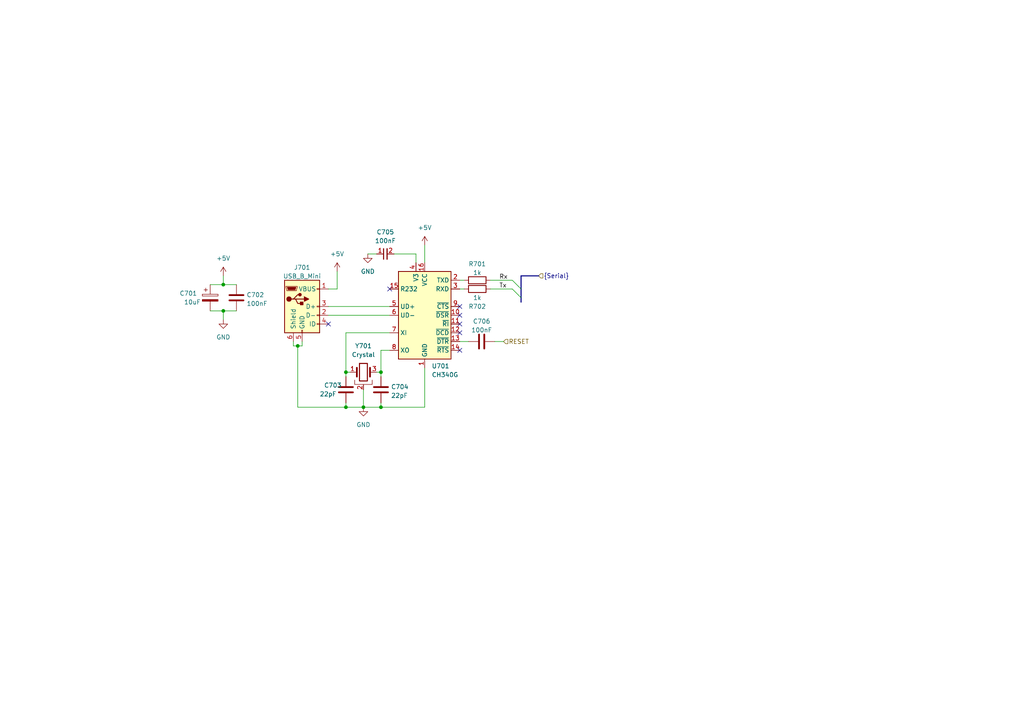
<source format=kicad_sch>
(kicad_sch (version 20230121) (generator eeschema)
  (paper "A4")
  (lib_symbols
    (symbol "Connector:USB_B_Mini" (pin_names (offset 1.016))
      (property "Reference" "J" (at -5.08 11.43 0))
      (property "Value" "USB_B_Mini" (at -5.08 8.89 0))
      (symbol "USB_B_Mini_0_1"
        (rectangle (start -5.08 -7.62) (end 5.08 7.62) (stroke (width 0.254)) (fill (type background)))
        (circle (center -3.81 2.159) (radius 0.635) (stroke (width 0.254)) (fill (type outline)))
        (circle (center -0.635 3.429) (radius 0.381) (stroke (width 0.254)) (fill (type outline)))
        (rectangle (start -0.127 -7.62) (end 0.127 -6.858))
        (polyline (pts (xy -1.905 2.159) (xy 0.635 2.159)) (stroke (width 0.254)))
        (polyline (pts (xy -3.175 2.159) (xy -2.54 2.159) (xy -1.27 3.429) (xy -0.635 3.429)) (stroke (width 0.254)))
        (polyline (pts (xy -2.54 2.159) (xy -1.905 2.159) (xy -1.27 0.889) (xy 0 0.889)) (stroke (width 0.254)))
        (polyline (pts (xy 0.635 2.794) (xy 0.635 1.524) (xy 1.905 2.159) (xy 0.635 2.794)) (stroke (width 0.254)) (fill (type outline)))
        (polyline (pts (xy -4.318 5.588) (xy -1.778 5.588) (xy -2.032 4.826) (xy -4.064 4.826) (xy -4.318 5.588)) (fill (type outline)))
        (polyline (pts (xy -4.699 5.842) (xy -4.699 5.588) (xy -4.445 4.826) (xy -4.445 4.572) (xy -1.651 4.572) (xy -1.651 4.826) (xy -1.397 5.588) (xy -1.397 5.842) (xy -4.699 5.842)))
        (rectangle (start 0.254 1.27) (end -0.508 0.508) (stroke (width 0.254)) (fill (type outline)))
        (rectangle (start 5.08 -5.207) (end 4.318 -4.953))
        (rectangle (start 5.08 -2.667) (end 4.318 -2.413))
        (rectangle (start 5.08 -0.127) (end 4.318 0.127))
        (rectangle (start 5.08 4.953) (end 4.318 5.207))
      )
      (symbol "USB_B_Mini_1_1"
        (pin power_out line (at 7.62 5.08 180) (length 2.54) (name "VBUS") (number "1"))
        (pin bidirectional line (at 7.62 -2.54 180) (length 2.54) (name "D-") (number "2"))
        (pin bidirectional line (at 7.62 0 180) (length 2.54) (name "D+") (number "3"))
        (pin passive line (at 7.62 -5.08 180) (length 2.54) (name "ID") (number "4"))
        (pin power_out line (at 0 -10.16 90) (length 2.54) (name "GND") (number "5"))
        (pin passive line (at -2.54 -10.16 90) (length 2.54) (name "Shield") (number "6"))
      )
    )
    (symbol "Device:C" (pin_numbers hide) (pin_names (offset 0.254))
      (property "Reference" "C" (at 0.635 2.54 0))
      (property "Value" "C" (at 0.635 -2.54 0))
      (symbol "C_0_1"
        (polyline (pts (xy -2.032 -0.762) (xy 2.032 -0.762)) (stroke (width 0.508)))
        (polyline (pts (xy -2.032 0.762) (xy 2.032 0.762)) (stroke (width 0.508)))
      )
      (symbol "C_1_1"
        (pin passive line (at 0 3.81 270) (length 2.794) (name "~") (number "1"))
        (pin passive line (at 0 -3.81 90) (length 2.794) (name "~") (number "2"))
      )
    )
    (symbol "Device:C_Polarized" (pin_numbers hide) (pin_names (offset 0.254))
      (property "Reference" "C" (at 0.635 2.54 0))
      (property "Value" "C_Polarized" (at 0.635 -2.54 0))
      (symbol "C_Polarized_0_1"
        (rectangle (start -2.286 0.508) (end 2.286 1.016))
        (polyline (pts (xy -1.778 2.286) (xy -0.762 2.286)))
        (polyline (pts (xy -1.27 2.794) (xy -1.27 1.778)))
        (rectangle (start 2.286 -0.508) (end -2.286 -1.016) (fill (type outline)))
      )
      (symbol "C_Polarized_1_1"
        (pin passive line (at 0 3.81 270) (length 2.794) (name "~") (number "1"))
        (pin passive line (at 0 -3.81 90) (length 2.794) (name "~") (number "2"))
      )
    )
    (symbol "Device:R" (pin_numbers hide) (pin_names (offset 0))
      (property "Reference" "R" (at 2.032 0 90))
      (property "Value" "R" (at 0 0 90))
      (symbol "R_0_1"
        (rectangle (start -1.016 -2.54) (end 1.016 2.54) (stroke (width 0.254)))
      )
      (symbol "R_1_1"
        (pin passive line (at 0 3.81 270) (length 1.27) (name "~") (number "1"))
        (pin passive line (at 0 -3.81 90) (length 1.27) (name "~") (number "2"))
      )
    )
    (symbol "Interface_USB:CH340G"
      (property "Reference" "U" (at -5.08 13.97 0))
      (property "Value" "CH340G" (at 1.27 13.97 0))
      (symbol "CH340G_0_1"
        (rectangle (start -7.62 12.7) (end 7.62 -12.7) (stroke (width 0.254)) (fill (type background)))
      )
      (symbol "CH340G_1_1"
        (pin power_in line (at 0 -15.24 90) (length 2.54) (name "GND") (number "1"))
        (pin input line (at 10.16 0 180) (length 2.54) (name "~{DSR}") (number "10"))
        (pin input line (at 10.16 -2.54 180) (length 2.54) (name "~{RI}") (number "11"))
        (pin input line (at 10.16 -5.08 180) (length 2.54) (name "~{DCD}") (number "12"))
        (pin output line (at 10.16 -7.62 180) (length 2.54) (name "~{DTR}") (number "13"))
        (pin output line (at 10.16 -10.16 180) (length 2.54) (name "~{RTS}") (number "14"))
        (pin input line (at -10.16 7.62 0) (length 2.54) (name "R232") (number "15"))
        (pin power_in line (at 0 15.24 270) (length 2.54) (name "VCC") (number "16"))
        (pin output line (at 10.16 10.16 180) (length 2.54) (name "TXD") (number "2"))
        (pin input line (at 10.16 7.62 180) (length 2.54) (name "RXD") (number "3"))
        (pin passive line (at -2.54 15.24 270) (length 2.54) (name "V3") (number "4"))
        (pin bidirectional line (at -10.16 2.54 0) (length 2.54) (name "UD+") (number "5"))
        (pin bidirectional line (at -10.16 0 0) (length 2.54) (name "UD-") (number "6"))
        (pin input line (at -10.16 -5.08 0) (length 2.54) (name "XI") (number "7"))
        (pin output line (at -10.16 -10.16 0) (length 2.54) (name "XO") (number "8"))
        (pin input line (at 10.16 2.54 180) (length 2.54) (name "~{CTS}") (number "9"))
      )
    )
    (symbol "capacitor_miscellaneous:C_0402_100nF"
      (property "Reference" "U" (at 1.27 2.54 0))
      (property "Value" "100nF" (at 3.81 -2.54 0))
      (property "JLCPCB Part#" "C307331" (at 0 0 0))
      (symbol "C_0402_100nF_0_1"
        (polyline (pts (xy -1.524 -0.508) (xy 1.524 -0.508)) (stroke (width 0.3302)))
        (polyline (pts (xy -1.524 0.508) (xy 1.524 0.508)) (stroke (width 0.3048)))
      )
      (symbol "C_0402_100nF_1_1"
        (pin passive line (at 0 2.54 270) (length 2.032) (name "~") (number "1"))
        (pin passive line (at 0 -2.54 90) (length 2.032) (name "~") (number "2"))
      )
    )
    (symbol "custom_kicad_lib_sk:crystal_arduino" (pin_names (offset 1.016) hide)
      (property "Reference" "Y" (at 0 5.715 0))
      (property "Value" "Crystal_GND2" (at 0 3.81 0))
      (property "JLCPCB Part#" "C13738" (at 0 0 0))
      (symbol "crystal_arduino_0_1"
        (rectangle (start -1.143 2.54) (end 1.143 -2.54) (stroke (width 0.3048)))
        (polyline (pts (xy -2.54 0) (xy -1.905 0)))
        (polyline (pts (xy -1.905 -1.27) (xy -1.905 1.27)) (stroke (width 0.508)))
        (polyline (pts (xy 0 -3.81) (xy 0 -3.556)))
        (polyline (pts (xy 1.905 0) (xy 2.54 0)))
        (polyline (pts (xy 1.905 1.27) (xy 1.905 -1.27)) (stroke (width 0.508)))
        (polyline (pts (xy -2.54 -2.286) (xy -2.54 -3.556) (xy 2.54 -3.556) (xy 2.54 -2.286)))
      )
      (symbol "crystal_arduino_1_1"
        (pin passive line (at -3.81 0 0) (length 1.27) (name "1") (number "1"))
        (pin passive line (at 0 -5.08 90) (length 1.27) (name "GND") (number "2"))
        (pin passive line (at 3.81 0 180) (length 1.27) (name "3") (number "3"))
        (pin passive line (at 0 -5.08 90) (length 1.27) hide (name "GND") (number "4"))
      )
    )
    (symbol "power:+5V" (power) (pin_names (offset 0))
      (property "Value" "+5V" (at 0 3.556 0))
      (symbol "+5V_0_1"
        (polyline (pts (xy -0.762 1.27) (xy 0 2.54)))
        (polyline (pts (xy 0 0) (xy 0 2.54)))
        (polyline (pts (xy 0 2.54) (xy 0.762 1.27)))
      )
      (symbol "+5V_1_1"
        (pin power_in line (at 0 0 90) (length 0) hide (name "+5V") (number "1"))
      )
    )
    (symbol "power:GND" (power) (pin_names (offset 0))
      (property "Value" "GND" (at 0 -3.81 0))
      (symbol "GND_0_1"
        (polyline (pts (xy 0 0) (xy 0 -1.27) (xy 1.27 -1.27) (xy 0 -2.54) (xy -1.27 -1.27) (xy 0 -1.27)))
      )
      (symbol "GND_1_1"
        (pin power_in line (at 0 0 270) (length 0) hide (name "GND") (number "1"))
      )
    )
  )
  (junction (at 100.33 118.11))
  (junction (at 86.36 100.33))
  (junction (at 64.77 82.55))
  (junction (at 110.49 107.95))
  (junction (at 64.77 90.17))
  (junction (at 100.33 107.95))
  (junction (at 110.49 118.11))
  (junction (at 105.41 118.11))
  (no_connect (at 113.03 83.82))
  (no_connect (at 133.35 93.98))
  (no_connect (at 133.35 96.52))
  (no_connect (at 133.35 91.44))
  (no_connect (at 133.35 101.6))
  (no_connect (at 133.35 88.9))
  (no_connect (at 95.25 93.98))
  (bus_entry (at 148.59 81.28) (size 2.54 2.54))
  (bus_entry (at 148.59 83.82) (size 2.54 2.54))
  (wire (pts (xy 100.33 107.95) (xy 100.33 109.22)))
  (bus (pts (xy 151.13 83.82) (xy 151.13 80.01)))
  (wire (pts (xy 105.41 118.11) (xy 110.49 118.11)))
  (wire (pts (xy 97.79 83.82) (xy 95.25 83.82)))
  (wire (pts (xy 110.49 107.95) (xy 109.22 107.95)))
  (wire (pts (xy 146.05 99.06) (xy 143.51 99.06)))
  (wire (pts (xy 110.49 101.6) (xy 113.03 101.6)))
  (wire (pts (xy 110.49 116.84) (xy 110.49 118.11)))
  (wire (pts (xy 100.33 96.52) (xy 100.33 107.95)))
  (wire (pts (xy 134.62 83.82) (xy 133.35 83.82)))
  (bus (pts (xy 151.13 80.01) (xy 156.21 80.01)))
  (wire (pts (xy 100.33 118.11) (xy 105.41 118.11)))
  (wire (pts (xy 86.36 100.33) (xy 86.36 118.11)))
  (wire (pts (xy 85.09 99.06) (xy 85.09 100.33)))
  (wire (pts (xy 100.33 116.84) (xy 100.33 118.11)))
  (wire (pts (xy 101.6 107.95) (xy 100.33 107.95)))
  (wire (pts (xy 87.63 99.06) (xy 87.63 100.33)))
  (wire (pts (xy 60.96 82.55) (xy 64.77 82.55)))
  (wire (pts (xy 148.59 83.82) (xy 142.24 83.82)))
  (wire (pts (xy 105.41 113.03) (xy 105.41 118.11)))
  (wire (pts (xy 86.36 118.11) (xy 100.33 118.11)))
  (wire (pts (xy 110.49 118.11) (xy 123.19 118.11)))
  (wire (pts (xy 110.49 109.22) (xy 110.49 107.95)))
  (wire (pts (xy 64.77 82.55) (xy 68.58 82.55)))
  (wire (pts (xy 85.09 100.33) (xy 86.36 100.33)))
  (wire (pts (xy 64.77 80.01) (xy 64.77 82.55)))
  (wire (pts (xy 95.25 88.9) (xy 113.03 88.9)))
  (wire (pts (xy 106.68 73.66) (xy 109.22 73.66)))
  (wire (pts (xy 113.03 96.52) (xy 100.33 96.52)))
  (wire (pts (xy 120.65 73.66) (xy 114.3 73.66)))
  (wire (pts (xy 64.77 90.17) (xy 64.77 92.71)))
  (wire (pts (xy 133.35 99.06) (xy 135.89 99.06)))
  (bus (pts (xy 151.13 86.36) (xy 151.13 83.82)))
  (wire (pts (xy 64.77 90.17) (xy 68.58 90.17)))
  (wire (pts (xy 134.62 81.28) (xy 133.35 81.28)))
  (wire (pts (xy 95.25 91.44) (xy 113.03 91.44)))
  (wire (pts (xy 123.19 71.12) (xy 123.19 76.2)))
  (bus (pts (xy 151.13 87.63) (xy 151.13 86.36)))
  (wire (pts (xy 110.49 107.95) (xy 110.49 101.6)))
  (wire (pts (xy 123.19 106.68) (xy 123.19 118.11)))
  (wire (pts (xy 97.79 78.74) (xy 97.79 83.82)))
  (wire (pts (xy 148.59 81.28) (xy 142.24 81.28)))
  (wire (pts (xy 60.96 90.17) (xy 64.77 90.17)))
  (wire (pts (xy 120.65 76.2) (xy 120.65 73.66)))
  (wire (pts (xy 86.36 100.33) (xy 87.63 100.33)))
  (label "Tx" (at 144.78 83.82 0))
  (label "Rx" (at 144.78 81.28 0))
  (hierarchical_label "{Serial}" (shape input) (at 156.21 80.01 0))
  (hierarchical_label "RESET" (shape input) (at 146.05 99.06 0))
  (symbol (lib_id "power:GND") (at 64.77 92.71 0) (unit 1)
    (property "Reference" "#PWR0702" (effects hide))
    (property "Value" "GND" (at 64.77 97.79 0))
    (instances (project "central_bare_minimum" (path "" (reference "#PWR0702") (unit 1))) (project "CH340" (path "" (reference "#PWR0104") (unit 1))))
  )
  (symbol (lib_id "Device:C") (at 68.58 86.36 0) (unit 1)
    (property "Reference" "C702" (at 71.501 85.5253 0) (effects (justify left)))
    (property "Value" "100nF" (at 71.501 88.0622 0) (effects (justify left)))
    (property "Footprint" "Capacitor_SMD:C_0603_1608Metric" (effects hide))
    (property "JLCPCB Part#" "C14663" (effects hide))
    (instances (project "central_bare_minimum" (path "" (reference "C702") (unit 1))) (project "general_schematics" (path "" (reference "C2002") (unit 1))) (project "CH340" (path "" (reference "C702") (unit 1))))
  )
  (symbol (lib_id "Device:C") (at 139.7 99.06 90) (unit 1)
    (property "Reference" "C706" (at 139.7 93.2012 90))
    (property "Value" "100nF" (at 139.7 95.7381 90))
    (property "Footprint" "Capacitor_SMD:C_0603_1608Metric" (effects hide))
    (property "JLCPCB Part#" "C14663" (effects hide))
    (instances (project "central_bare_minimum" (path "" (reference "C706") (unit 1))) (project "general_schematics" (path "" (reference "C2006") (unit 1))) (project "CH340" (path "" (reference "C706") (unit 1))))
  )
  (symbol (lib_id "power:GND") (at 105.41 118.11 0) (unit 1)
    (property "Reference" "#PWR0704" (effects hide))
    (property "Value" "GND" (at 105.41 123.19 0))
    (instances (project "central_bare_minimum" (path "" (reference "#PWR0704") (unit 1))) (project "CH340" (path "" (reference "#PWR0103") (unit 1))))
  )
  (symbol (lib_id "Device:R") (at 138.43 83.82 270) (unit 1)
    (property "Reference" "R702" (at 138.43 88.9 90))
    (property "Value" "1k" (at 138.43 86.36 90))
    (property "Footprint" "Resistor_SMD:R_0603_1608Metric" (effects hide))
    (property "JLCPCB Part#" "C21190" (effects hide))
    (instances (project "central_bare_minimum" (path "" (reference "R702") (unit 1))) (project "general_schematics" (path "" (reference "R2002") (unit 1))) (project "CH340" (path "" (reference "R702") (unit 1))))
  )
  (symbol (lib_id "power:+5V") (at 123.19 71.12 0) (unit 1)
    (property "Reference" "#PWR0706" (effects hide))
    (property "Value" "+5V" (at 123.19 66.04 0))
    (instances (project "central_bare_minimum" (path "" (reference "#PWR0706") (unit 1))) (project "CH340" (path "" (reference "#PWR0101") (unit 1))))
  )
  (symbol (lib_id "capacitor_miscellaneous:C_0402_100nF") (at 111.76 73.66 90) (unit 1)
    (property "Reference" "C705" (at 111.7663 67.31 90))
    (property "Value" "100nF" (at 111.7663 69.85 90))
    (property "Footprint" "Capacitor_SMD:C_0402_1005Metric" (effects hide))
    (property "JLCPCB Part#" "C307331" (effects hide))
  )
  (symbol (lib_id "Device:C_Polarized") (at 60.96 86.36 0) (unit 1)
    (property "Reference" "C701" (at 52.07 85.09 0) (effects (justify left)))
    (property "Value" "10uF" (at 53.34 87.63 0) (effects (justify left)))
    (property "Footprint" "Capacitor_SMD:C_0603_1608Metric" (effects hide))
    (property "JLCPCB Part#" "C96446" (effects hide))
    (instances (project "central_bare_minimum" (path "" (reference "C701") (unit 1))) (project "general_schematics" (path "" (reference "C2001") (unit 1))) (project "CH340" (path "" (reference "C701") (unit 1))))
  )
  (symbol (lib_id "power:+5V") (at 97.79 78.74 0) (unit 1)
    (property "Reference" "#PWR0703" (effects hide))
    (property "Value" "+5V" (at 97.79 73.66 0))
    (instances (project "central_bare_minimum" (path "" (reference "#PWR0703") (unit 1))) (project "CH340" (path "" (reference "#PWR0105") (unit 1))))
  )
  (symbol (lib_id "Device:C") (at 110.49 113.03 0) (unit 1)
    (property "Reference" "C704" (at 113.411 112.1953 0) (effects (justify left)))
    (property "Value" "22pF" (at 113.411 114.7322 0) (effects (justify left)))
    (property "Footprint" "Capacitor_SMD:C_0603_1608Metric" (effects hide))
    (property "JLCPCB Part#" "C1653" (effects hide))
    (instances (project "central_bare_minimum" (path "" (reference "C704") (unit 1))) (project "general_schematics" (path "" (reference "C2004") (unit 1))) (project "CH340" (path "" (reference "C704") (unit 1))))
  )
  (symbol (lib_id "Interface_USB:CH340G") (at 123.19 91.44 0) (unit 1)
    (property "Reference" "U701" (at 125.2094 106.1704 0) (effects (justify left)))
    (property "Value" "CH340G" (at 125.2094 108.7073 0) (effects (justify left)))
    (property "Footprint" "Package_SO:SOIC-16_3.9x9.9mm_P1.27mm" (effects hide))
    (property "Datasheet" "http://www.datasheet5.com/pdf-local-2195953" (effects hide))
    (property "JLCPCB Part#" "C14267" (effects hide))
    (instances (project "central_bare_minimum" (path "" (reference "U701") (unit 1))) (project "general_schematics" (path "" (reference "U2001") (unit 1))) (project "CH340" (path "" (reference "U701") (unit 1))))
  )
  (symbol (lib_id "Connector:USB_B_Mini") (at 87.63 88.9 0) (unit 1)
    (property "Reference" "J701" (at 87.63 77.5802 0))
    (property "Value" "USB_B_Mini" (at 87.63 80.1171 0))
    (property "Footprint" "Connector_USB:USB_Mini-B_Lumberg_2486_01_Horizontal" (effects hide))
    (property "JLCPCB Part#" "C2681563" (effects hide))
    (instances (project "central_bare_minimum" (path "" (reference "J701") (unit 1))) (project "general_schematics" (path "" (reference "J2001") (unit 1))) (project "CH340" (path "" (reference "J701") (unit 1))))
  )
  (symbol (lib_id "Device:R") (at 138.43 81.28 90) (unit 1)
    (property "Reference" "R701" (at 138.43 76.5642 90))
    (property "Value" "1k" (at 138.43 79.1011 90))
    (property "Footprint" "Resistor_SMD:R_0603_1608Metric" (effects hide))
    (property "JLCPCB Part#" "C21190" (effects hide))
    (instances (project "central_bare_minimum" (path "" (reference "R701") (unit 1))) (project "general_schematics" (path "" (reference "R2001") (unit 1))) (project "CH340" (path "" (reference "R701") (unit 1))))
  )
  (symbol (lib_id "Device:C") (at 100.33 113.03 0) (unit 1)
    (property "Reference" "C703" (at 93.98 111.76 0) (effects (justify left)))
    (property "Value" "22pF" (at 92.71 114.3 0) (effects (justify left)))
    (property "Footprint" "Capacitor_SMD:C_0603_1608Metric" (effects hide))
    (property "JLCPCB Part#" "C1653" (effects hide))
    (instances (project "central_bare_minimum" (path "" (reference "C703") (unit 1))) (project "general_schematics" (path "" (reference "C2003") (unit 1))) (project "CH340" (path "" (reference "C703") (unit 1))))
  )
  (symbol (lib_id "power:GND") (at 106.68 73.66 0) (unit 1)
    (property "Reference" "#PWR0705" (effects hide))
    (property "Value" "GND" (at 106.68 78.74 0))
    (instances (project "central_bare_minimum" (path "" (reference "#PWR0705") (unit 1))) (project "CH340" (path "" (reference "#PWR0106") (unit 1))))
  )
  (symbol (lib_id "power:+5V") (at 64.77 80.01 0) (unit 1)
    (property "Reference" "#PWR0701" (effects hide))
    (property "Value" "+5V" (at 64.77 74.93 0))
    (instances (project "central_bare_minimum" (path "" (reference "#PWR0701") (unit 1))) (project "CH340" (path "" (reference "#PWR0102") (unit 1))))
  )
  (symbol (lib_id "custom_kicad_lib_sk:crystal_arduino") (at 105.41 107.95 0) (unit 1)
    (property "Reference" "Y701" (at 105.41 100.33 0))
    (property "Value" "Crystal" (at 105.41 102.87 0))
    (property "Footprint" "custom_kicad_lib_sk:crystal_arduino" (effects hide))
    (property "JLCPCB Part#" "C9002" (effects hide))
    (instances (project "central_bare_minimum" (path "" (reference "Y701") (unit 1))) (project "general_schematics" (path "" (reference "Y2001") (unit 1))) (project "CH340" (path "" (reference "Y701") (unit 1))))
  )
)
</source>
